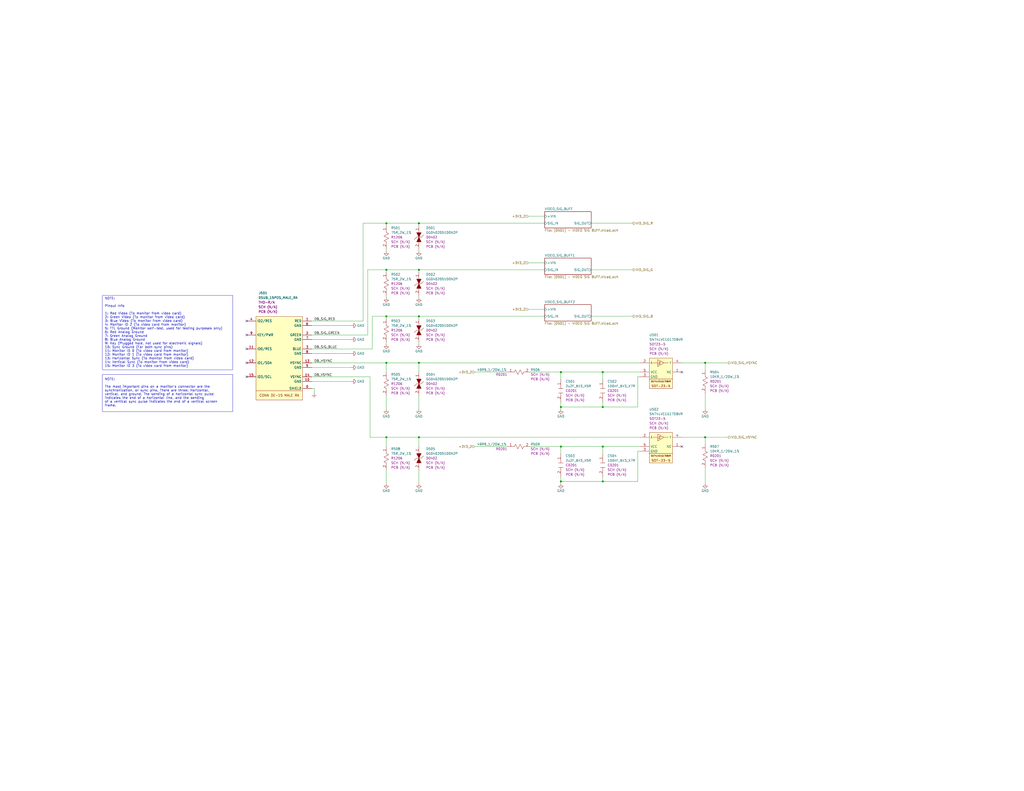
<source format=kicad_sch>
(kicad_sch (version 20230121) (generator eeschema)
  (paper "C")
  (title_block (title "Blender") (date "2023/09/18") (rev "v1.0") (company "Mend0z0") (comment 1 "v1.0") (comment 2 "RELEASED") (comment 3 "Siavash Taher Parvar") (comment 4 "_BOM_Blender_v1.0.html") (comment 5 "_HW_Blender.kicad_pcb") (comment 6 "_GBR_Blender_v1.0") (comment 7 "_ASM_Blender_v1.0") (comment 8 "N/A") (comment 9 "Initial version"))
  (lib_symbols
    (symbol "_SCHLIB_Blender:CAP_CER_100nF_6V3_X7R_C0201"
      (property "Reference" "C" (at 2.54 5.08 0))
      (property "Value" "100nF_6V3_X7R" (at 2.54 7.62 0))
      (property "Package" "C0201" (at 2.54 35.56 0))
      (property "SCH CHECK" "SCH (N/A)" (at 2.54 33.02 0))
      (property "PCB CHECk" "PCB (N/A)" (at 2.54 30.48 0))
      (symbol "CAP_CER_100nF_6V3_X7R_C0201_0_0"
        (polyline (pts (xy 5.08 1.27) (xy 5.08 -1.27)))
        (polyline (pts (xy 7.62 1.27) (xy 7.62 -1.27)))
      )
      (symbol "CAP_CER_100nF_6V3_X7R_C0201_1_1"
        (pin passive line (at 0 0 0) (length 5.08) (name "") (number "1"))
        (pin passive line (at 12.7 0 180) (length 5.08) (name "") (number "2"))
      )
    )
    (symbol "_SCHLIB_Blender:CAP_CER_2u2F_6V3_X5R_C0201"
      (property "Reference" "C" (at 2.54 3.81 0))
      (property "Value" "2u2F_6V3_X5R" (at 2.54 6.35 0))
      (property "Package" "C0201" (at 2.54 34.29 0))
      (property "SCH CHECK" "SCH (N/A)" (at 2.54 31.75 0))
      (property "PCB CHECk" "PCB (N/A)" (at 2.54 29.21 0))
      (symbol "CAP_CER_2u2F_6V3_X5R_C0201_0_0"
        (polyline (pts (xy 5.08 1.27) (xy 5.08 -1.27)))
        (polyline (pts (xy 7.62 1.27) (xy 7.62 -1.27)))
      )
      (symbol "CAP_CER_2u2F_6V3_X5R_C0201_1_1"
        (pin passive line (at 0 0 0) (length 5.08) (name "") (number "1"))
        (pin passive line (at 12.7 0 180) (length 5.08) (name "") (number "2"))
      )
    )
    (symbol "_SCHLIB_Blender:CONN_DSUB_15POS_MALE_RA"
      (property "Reference" "J" (at 3.81 2.54 0))
      (property "Value" "DSUB_15POS_MALE_RA" (at 3.81 5.08 0))
      (property "Package" "THD-R/A" (at 3.81 33.02 0))
      (property "SCH CHECK" "SCH (N/A)" (at 3.81 30.48 0))
      (property "PCB CHECk" "PCB (N/A)" (at 3.81 27.94 0))
      (symbol "CONN_DSUB_15POS_MALE_RA_0_1"
        (polyline (pts (xy 0 -40.64) (xy 25.4 -40.64)))
        (rectangle (start 0 0) (end 25.4 -45.72) (fill (type background)))
        (text "CONN DE-15 MALE RA" (at 12.7 -43.18 0) (effects (font (size 1.27 1.27))))
      )
      (symbol "CONN_DSUB_15POS_MALE_RA_1_1"
        (pin passive line (at 30.48 -39.37 180) (length 5.08) (name "SHIELD") (number "0"))
        (pin passive line (at 30.48 -2.54 180) (length 5.08) (name "RED") (number "1"))
        (pin passive line (at 30.48 -35.56 180) (length 5.08) (name "GND") (number "10"))
        (pin passive line (at -5.08 -17.78 0) (length 5.08) (name "ID0/RES") (number "11"))
        (pin passive line (at -5.08 -25.4 0) (length 5.08) (name "ID1/SDA") (number "12"))
        (pin passive line (at 30.48 -25.4 180) (length 5.08) (name "HSYNC") (number "13"))
        (pin passive line (at 30.48 -33.02 180) (length 5.08) (name "VSYNC") (number "14"))
        (pin passive line (at -5.08 -33.02 0) (length 5.08) (name "ID3/SCL") (number "15"))
        (pin passive line (at 30.48 -10.16 180) (length 5.08) (name "GREEN") (number "2"))
        (pin passive line (at 30.48 -17.78 180) (length 5.08) (name "BLUE") (number "3"))
        (pin passive line (at -5.08 -2.54 0) (length 5.08) (name "ID2/RES") (number "4"))
        (pin passive line (at 30.48 -27.94 180) (length 5.08) (name "GND") (number "5"))
        (pin passive line (at 30.48 -5.08 180) (length 5.08) (name "GND") (number "6"))
        (pin passive line (at 30.48 -12.7 180) (length 5.08) (name "GND") (number "7"))
        (pin passive line (at 30.48 -20.32 180) (length 5.08) (name "GND") (number "8"))
        (pin passive line (at -5.08 -10.16 0) (length 5.08) (name "KEY/PWR") (number "9"))
      )
    )
    (symbol "_SCHLIB_Blender:DIODE_TVS_GG040205100N2P_5V_5.5V_8A(8/20us)_D0402"
      (property "Reference" "D" (at 2.54 5.08 0))
      (property "Value" "GG040205100N2P" (at 2.54 7.62 0))
      (property "Package" "D0402" (at 2.54 35.56 0))
      (property "SCH CHECK" "SCH (N/A)" (at 2.54 33.02 0))
      (property "PCB CHECk" "PCB (N/A)" (at 2.54 30.48 0))
      (symbol "DIODE_TVS_GG040205100N2P_5V_5.5V_8A(8/20us)_D0402_0_1"
        (polyline (pts (xy 3.81 1.27) (xy 3.81 -1.27) (xy 6.35 0) (xy 3.81 1.27)) (fill (type outline)))
        (polyline (pts (xy 5.08 2.54) (xy 6.35 1.27) (xy 6.35 -1.27) (xy 7.62 -2.54)))
        (polyline (pts (xy 8.89 -1.27) (xy 8.89 1.27) (xy 6.35 0) (xy 8.89 -1.27)) (fill (type outline)))
      )
      (symbol "DIODE_TVS_GG040205100N2P_5V_5.5V_8A(8/20us)_D0402_1_1"
        (pin passive line (at 0 0 0) (length 3.81) (name "") (number "1"))
        (pin passive line (at 12.7 0 180) (length 3.81) (name "") (number "2"))
      )
    )
    (symbol "_SCHLIB_Blender:IC_BUFFER_SN74LVC1G17DBVR_NON-INV_5.5V_0.032_SOT-23-5"
      (property "Reference" "U" (at 2.54 3.81 0))
      (property "Value" "SN74LVC1G17DBVR" (at 2.54 6.35 0))
      (property "Package" "SOT23-5" (at 0 0 0))
      (property "SCH CHECK" "SCH (N/A)" (at 2.54 21.59 0))
      (property "PCB CHECK" "PCB (N/A)" (at 0 0 0))
      (symbol "IC_BUFFER_SN74LVC1G17DBVR_NON-INV_5.5V_0.032_SOT-23-5_0_0"
        (text "SN74LVC1G17DBVR" (at 6.35 -12.7 0) (effects (font (size 0.762 0.762))))
        (text "SOT-23-5" (at 6.35 -15.24 0) (effects (font (size 1.27 1.27))))
      )
      (symbol "IC_BUFFER_SN74LVC1G17DBVR_NON-INV_5.5V_0.032_SOT-23-5_0_1"
        (polyline (pts (xy 0 -11.43) (xy 12.7 -11.43)))
        (polyline (pts (xy 4.572 -2.54) (xy 2.032 -2.54)))
        (polyline (pts (xy 7.874 -2.54) (xy 10.414 -2.54)))
        (polyline (pts (xy 5.334 -3.302) (xy 5.842 -3.302) (xy 5.842 -2.032)))
        (polyline (pts (xy 4.572 -0.762) (xy 4.572 -4.572) (xy 7.874 -2.54) (xy 4.572 -0.762)))
        (polyline (pts (xy 6.35 -2.032) (xy 5.334 -2.032) (xy 5.334 -3.302) (xy 4.826 -3.302)))
        (rectangle (start 0 0) (end 12.7 -16.51) (fill (type background)))
      )
      (symbol "IC_BUFFER_SN74LVC1G17DBVR_NON-INV_5.5V_0.032_SOT-23-5_1_1"
        (pin passive line (at 17.78 -7.62 180) (length 5.08) (name "NC") (number "1"))
        (pin passive line (at -5.08 -2.54 0) (length 5.08) (name "A") (number "2"))
        (pin passive line (at -5.08 -10.16 0) (length 5.08) (name "GND") (number "3"))
        (pin passive line (at 17.78 -2.54 180) (length 5.08) (name "Y") (number "4"))
        (pin passive line (at -5.08 -7.62 0) (length 5.08) (name "VCC") (number "5"))
      )
    )
    (symbol "_SCHLIB_Blender:RES_10KR_1/20W_1%_R0201"
      (property "Reference" "R" (at 2.54 5.08 0))
      (property "Value" "10KR_1/20W_1%" (at 2.54 7.62 0))
      (property "Package" "R0201" (at 2.54 35.56 0))
      (property "SCH CHECK" "SCH (N/A)" (at 2.54 33.02 0))
      (property "PCB CHECk" "PCB (N/A)" (at 2.54 30.48 0))
      (symbol "RES_10KR_1/20W_1%_R0201_0_0"
        (polyline (pts (xy 3.81 0) (xy 4.445 1.27) (xy 5.715 -1.27) (xy 6.985 1.27) (xy 8.255 -1.27) (xy 8.89 0)))
      )
      (symbol "RES_10KR_1/20W_1%_R0201_1_1"
        (pin passive line (at 0 0 0) (length 3.81) (name "") (number "1"))
        (pin passive line (at 12.7 0 180) (length 3.81) (name "") (number "2"))
      )
    )
    (symbol "_SCHLIB_Blender:RES_49R9_1/20W_1%_R0201"
      (property "Reference" "R" (at 2.54 3.81 0))
      (property "Value" "49R9_1/20W_1%" (at 2.54 6.35 0))
      (property "Package" "R0201" (at 2.54 34.29 0))
      (property "SCH CHECK" "SCH (N/A)" (at 2.54 31.75 0))
      (property "PCB CHECk" "PCB (N/A)" (at 2.54 29.21 0))
      (symbol "RES_49R9_1/20W_1%_R0201_0_0"
        (polyline (pts (xy 3.81 0) (xy 4.445 1.27) (xy 5.715 -1.27) (xy 6.985 1.27) (xy 8.255 -1.27) (xy 8.89 0)))
      )
      (symbol "RES_49R9_1/20W_1%_R0201_1_1"
        (pin passive line (at 0 0 0) (length 3.81) (name "") (number "1"))
        (pin passive line (at 12.7 0 180) (length 3.81) (name "") (number "2"))
      )
    )
    (symbol "_SCHLIB_Blender:RES_75R_2W_1%_R1206"
      (property "Reference" "R" (at 2.54 3.81 0))
      (property "Value" "75R_2W_1%" (at 2.54 6.35 0))
      (property "Package" "R1206" (at 2.54 34.29 0))
      (property "SCH CHECK" "SCH (N/A)" (at 2.54 31.75 0))
      (property "PCB CHECk" "PCB (N/A)" (at 2.54 29.21 0))
      (symbol "RES_75R_2W_1%_R1206_0_0"
        (polyline (pts (xy 3.81 0) (xy 4.445 1.27) (xy 5.715 -1.27) (xy 6.985 1.27) (xy 8.255 -1.27) (xy 8.89 0)))
      )
      (symbol "RES_75R_2W_1%_R1206_1_1"
        (pin passive line (at 0 0 0) (length 3.81) (name "") (number "1"))
        (pin passive line (at 12.7 0 180) (length 3.81) (name "") (number "2"))
      )
    )
    (symbol "power:Earth" (power) (pin_names (offset 0))
      (symbol "Earth_0_1"
        (polyline (pts (xy -0.635 -1.905) (xy 0.635 -1.905)))
        (polyline (pts (xy -0.127 -2.54) (xy 0.127 -2.54)))
        (polyline (pts (xy 0 -1.27) (xy 0 0)))
        (polyline (pts (xy 1.27 -1.27) (xy -1.27 -1.27)))
      )
      (symbol "Earth_1_1"
        (pin power_in line (at 0 0 270) (length 0) hide (name "Earth") (number "1"))
      )
    )
    (symbol "power:GND" (power) (pin_names (offset 0))
      (property "Value" "GND" (at 0 -3.81 0))
      (symbol "GND_0_1"
        (polyline (pts (xy 0 0) (xy 0 -1.27) (xy 1.27 -1.27) (xy 0 -2.54) (xy -1.27 -1.27) (xy 0 -1.27)))
      )
      (symbol "GND_1_1"
        (pin power_in line (at 0 0 270) (length 0) hide (name "GND") (number "1"))
      )
    )
  )
  (junction (at 210.82 198.12))
  (junction (at 228.6 238.76))
  (junction (at 306.07 203.2))
  (junction (at 328.93 243.84))
  (junction (at 328.93 222.25))
  (junction (at 210.82 238.76))
  (junction (at 210.82 147.32))
  (junction (at 210.82 172.72))
  (junction (at 228.6 147.32))
  (junction (at 306.07 262.89))
  (junction (at 210.82 121.92))
  (junction (at 328.93 262.89))
  (junction (at 306.07 222.25))
  (junction (at 306.07 243.84))
  (junction (at 228.6 198.12))
  (junction (at 384.81 198.12))
  (junction (at 384.81 238.76))
  (junction (at 328.93 203.2))
  (junction (at 228.6 121.92))
  (junction (at 228.6 172.72))
  (no_connect (at 134.62 190.5))
  (no_connect (at 134.62 198.12))
  (no_connect (at 134.62 205.74))
  (no_connect (at 372.11 243.84))
  (no_connect (at 134.62 182.88))
  (no_connect (at 372.11 203.2))
  (no_connect (at 134.62 175.26))
  (wire (pts (xy 349.25 205.74) (xy 347.98 205.74)))
  (wire (pts (xy 228.6 238.76) (xy 228.6 243.84)))
  (wire (pts (xy 170.18 182.88) (xy 200.66 182.88)))
  (wire (pts (xy 306.07 222.25) (xy 306.07 219.71)))
  (wire (pts (xy 347.98 262.89) (xy 328.93 262.89)))
  (wire (pts (xy 328.93 260.35) (xy 328.93 262.89)))
  (wire (pts (xy 228.6 198.12) (xy 228.6 203.2)))
  (wire (pts (xy 210.82 238.76) (xy 210.82 243.84)))
  (wire (pts (xy 210.82 238.76) (xy 201.93 238.76)))
  (wire (pts (xy 191.77 177.8) (xy 170.18 177.8)))
  (wire (pts (xy 288.29 118.11) (xy 297.18 118.11)))
  (wire (pts (xy 228.6 121.92) (xy 228.6 123.19)))
  (wire (pts (xy 384.81 223.52) (xy 384.81 214.63)))
  (wire (pts (xy 259.08 203.2) (xy 276.86 203.2)))
  (wire (pts (xy 228.6 264.16) (xy 228.6 256.54)))
  (wire (pts (xy 384.81 198.12) (xy 397.51 198.12)))
  (wire (pts (xy 384.81 238.76) (xy 384.81 242.57)))
  (wire (pts (xy 347.98 222.25) (xy 328.93 222.25)))
  (wire (pts (xy 203.2 172.72) (xy 210.82 172.72)))
  (wire (pts (xy 210.82 264.16) (xy 210.82 256.54)))
  (wire (pts (xy 201.93 205.74) (xy 201.93 238.76)))
  (wire (pts (xy 191.77 193.04) (xy 170.18 193.04)))
  (wire (pts (xy 198.12 121.92) (xy 210.82 121.92)))
  (wire (pts (xy 328.93 243.84) (xy 328.93 247.65)))
  (wire (pts (xy 288.29 143.51) (xy 297.18 143.51)))
  (wire (pts (xy 306.07 222.25) (xy 306.07 223.52)))
  (wire (pts (xy 322.58 147.32) (xy 345.44 147.32)))
  (wire (pts (xy 210.82 223.52) (xy 210.82 215.9)))
  (wire (pts (xy 203.2 190.5) (xy 203.2 172.72)))
  (wire (pts (xy 191.77 200.66) (xy 170.18 200.66)))
  (wire (pts (xy 328.93 243.84) (xy 306.07 243.84)))
  (wire (pts (xy 171.45 212.09) (xy 171.45 214.63)))
  (wire (pts (xy 228.6 147.32) (xy 297.18 147.32)))
  (wire (pts (xy 349.25 243.84) (xy 328.93 243.84)))
  (wire (pts (xy 210.82 162.56) (xy 210.82 161.29)))
  (wire (pts (xy 328.93 203.2) (xy 328.93 207.01)))
  (wire (pts (xy 210.82 172.72) (xy 210.82 173.99)))
  (wire (pts (xy 289.56 243.84) (xy 306.07 243.84)))
  (wire (pts (xy 349.25 246.38) (xy 347.98 246.38)))
  (wire (pts (xy 198.12 175.26) (xy 198.12 121.92)))
  (wire (pts (xy 170.18 208.28) (xy 191.77 208.28)))
  (wire (pts (xy 347.98 246.38) (xy 347.98 262.89)))
  (wire (pts (xy 210.82 121.92) (xy 228.6 121.92)))
  (wire (pts (xy 200.66 147.32) (xy 210.82 147.32)))
  (wire (pts (xy 200.66 182.88) (xy 200.66 147.32)))
  (wire (pts (xy 328.93 262.89) (xy 306.07 262.89)))
  (wire (pts (xy 372.11 238.76) (xy 384.81 238.76)))
  (wire (pts (xy 170.18 205.74) (xy 201.93 205.74)))
  (wire (pts (xy 228.6 198.12) (xy 349.25 198.12)))
  (wire (pts (xy 210.82 238.76) (xy 228.6 238.76)))
  (wire (pts (xy 191.77 185.42) (xy 170.18 185.42)))
  (wire (pts (xy 228.6 187.96) (xy 228.6 186.69)))
  (wire (pts (xy 384.81 264.16) (xy 384.81 255.27)))
  (wire (pts (xy 210.82 121.92) (xy 210.82 123.19)))
  (wire (pts (xy 210.82 172.72) (xy 228.6 172.72)))
  (wire (pts (xy 288.29 168.91) (xy 297.18 168.91)))
  (wire (pts (xy 384.81 238.76) (xy 397.51 238.76)))
  (wire (pts (xy 228.6 137.16) (xy 228.6 135.89)))
  (wire (pts (xy 210.82 198.12) (xy 228.6 198.12)))
  (wire (pts (xy 170.18 198.12) (xy 210.82 198.12)))
  (wire (pts (xy 306.07 243.84) (xy 306.07 247.65)))
  (wire (pts (xy 228.6 172.72) (xy 297.18 172.72)))
  (wire (pts (xy 170.18 190.5) (xy 203.2 190.5)))
  (wire (pts (xy 328.93 219.71) (xy 328.93 222.25)))
  (wire (pts (xy 347.98 205.74) (xy 347.98 222.25)))
  (wire (pts (xy 210.82 198.12) (xy 210.82 203.2)))
  (wire (pts (xy 328.93 203.2) (xy 306.07 203.2)))
  (wire (pts (xy 289.56 203.2) (xy 306.07 203.2)))
  (wire (pts (xy 170.18 212.09) (xy 171.45 212.09)))
  (wire (pts (xy 228.6 147.32) (xy 228.6 148.59)))
  (wire (pts (xy 306.07 203.2) (xy 306.07 207.01)))
  (wire (pts (xy 259.08 243.84) (xy 276.86 243.84)))
  (wire (pts (xy 306.07 262.89) (xy 306.07 260.35)))
  (wire (pts (xy 210.82 147.32) (xy 228.6 147.32)))
  (wire (pts (xy 228.6 162.56) (xy 228.6 161.29)))
  (wire (pts (xy 372.11 198.12) (xy 384.81 198.12)))
  (wire (pts (xy 210.82 137.16) (xy 210.82 135.89)))
  (wire (pts (xy 228.6 172.72) (xy 228.6 173.99)))
  (wire (pts (xy 306.07 262.89) (xy 306.07 264.16)))
  (wire (pts (xy 349.25 203.2) (xy 328.93 203.2)))
  (wire (pts (xy 328.93 222.25) (xy 306.07 222.25)))
  (wire (pts (xy 228.6 238.76) (xy 349.25 238.76)))
  (wire (pts (xy 210.82 187.96) (xy 210.82 186.69)))
  (wire (pts (xy 170.18 175.26) (xy 198.12 175.26)))
  (wire (pts (xy 228.6 121.92) (xy 297.18 121.92)))
  (wire (pts (xy 210.82 147.32) (xy 210.82 148.59)))
  (wire (pts (xy 322.58 172.72) (xy 345.44 172.72)))
  (wire (pts (xy 228.6 223.52) (xy 228.6 215.9)))
  (wire (pts (xy 322.58 121.92) (xy 345.44 121.92)))
  (wire (pts (xy 384.81 198.12) (xy 384.81 201.93)))
  (rectangle (start 55.88 204.47) (end 127 224.79))
  (rectangle (start 55.88 161.29) (end 127 201.93))
  (text "NOTE:\n\nThe most important pins on a monitor's connector are the \nsynchronization, or sync pins. There are three: Horizontal, \nvertical, and ground. The sending of a horizontal sync pulse \nindicates the end of a horizontal line, and the sending \nof a vertical sync pulse indicates the end of a vertical screen\nframe." (at 57.15 222.25 0) (effects (font (size 1.27 1.27)) (justify left bottom)))
  (text "NOTE:\n\nPinout Info\n\n1: Red Video (To monitor from video card)\n2: Green Video (To monitor from video card)\n3: Blue Video (To monitor from video card)\n4: Monitor ID 2 (To video card from monitor)\n5: TTL Ground (Monitor self-test, used for testing purposes only)\n6: Red Analog Ground\n7: Green Analog Ground\n8: Blue Analog Ground\n9: Key (Plugged hole, not used for electronic signals)\n10: Sync Ground (For both sync pins)\n11: Monitor ID 0 (To video card from monitor)\n12: Monitor ID 1 (To video card from monitor)\n13: Horizontal Sync (To monitor from video card)\n14: Vertical Sync (To monitor from video card)\n15: Monitor ID 3 (To video card from monitor)" (at 57.15 200.66 0) (effects (font (size 1.27 1.27)) (justify left bottom)))
  (label "DB_SIG_RED" (at 171.45 175.26 0))
  (label "DB_SIG_GREEN" (at 171.45 182.88 0))
  (label "DB_SIG_BLUE" (at 171.45 190.5 0))
  (label "DB_HSYNC" (at 171.45 198.12 0))
  (label "DB_VSYNC" (at 171.45 205.74 0))
  (hierarchical_label "VID_SIG_R" (shape output) (at 345.44 121.92 0))
  (hierarchical_label "+3V3_2" (shape input) (at 288.29 143.51 180))
  (hierarchical_label "+3V3_2" (shape input) (at 288.29 118.11 180))
  (hierarchical_label "+3V3_2" (shape input) (at 288.29 168.91 180))
  (hierarchical_label "VID_SIG_HSYNC" (shape output) (at 397.51 198.12 0))
  (hierarchical_label "VID_SIG_G" (shape output) (at 345.44 147.32 0))
  (hierarchical_label "+3V3_2" (shape input) (at 259.08 203.2 180))
  (hierarchical_label "VID_SIG_VSYNC" (shape output) (at 397.51 238.76 0))
  (hierarchical_label "+3V3_2" (shape input) (at 259.08 243.84 180))
  (hierarchical_label "VID_SIG_B" (shape output) (at 345.44 172.72 0))
  (symbol (lib_id "power:GND") (at 191.77 185.42 90) (unit 1)
    (property "Reference" "#PWR0506" (effects hide))
    (property "Value" "GND" (at 196.85 185.42 90))
  )
  (symbol (lib_id "_SCHLIB_Blender:RES_75R_2W_1%_R1206") (at 210.82 243.84 270) (unit 1)
    (property "Reference" "R508" (at 213.36 245.11 90) (effects (justify left)))
    (property "Value" "75R_2W_1%" (at 213.36 247.65 90) (effects (justify left)))
    (property "Footprint" "Resistor_SMD:R_1206_3216Metric" (effects hide))
    (property "Datasheet" "https://www.te.com/commerce/DocumentDelivery/DDEController?Action=showdoc&DocId=Data+Sheet%7F1773270-4%7FA%7Fpdf%7FEnglish%7FENG_DS_1773270-4_A.pdf%7F1-2176526-7" (effects hide))
    (property "Description" "75 Ohms ±1% 2W Chip Resistor 1206 (3216 Metric) Thin Film" (effects hide))
    (property "Link" "https://www.digikey.ca/en/products/detail/te-connectivity-passive-product/3503G2B75RFTD/16808726" (effects hide))
    (property "SCH CHECK" "SCH (N/A)" (at 213.36 252.73 90) (effects (justify left)))
    (property "Package" "R1206" (at 213.36 250.19 90) (effects (justify left)))
    (property "Part Number (Manufacturer)" "3503G2B75RFTD" (effects hide))
    (property "Manufacturer" "TE Connectivity Passive Product" (effects hide))
    (property "Part Number (Vendor)" "1712-3503G2B75RFTDTR-ND" (effects hide))
    (property "Vendor" "Digikey" (effects hide))
    (property "PCB CHECk" "PCB (N/A)" (at 213.36 255.27 90) (effects (justify left)))
  )
  (symbol (lib_id "_SCHLIB_Blender:CAP_CER_2u2F_6V3_X5R_C0201") (at 306.07 247.65 270) (unit 1)
    (property "Reference" "C503" (at 308.61 248.92 90) (effects (justify left)))
    (property "Value" "2u2F_6V3_X5R" (at 308.61 251.46 90) (effects (justify left)))
    (property "Footprint" "Capacitor_SMD:C_0201_0603Metric" (effects hide))
    (property "Datasheet" "https://ele.kyocera.com/assets/products/capacitor/CM_Series_e.pdf" (effects hide))
    (property "Description" "2.2 µF ±20% 6.3V Ceramic Capacitor X5R 0201 (0603 Metric)" (effects hide))
    (property "Link" "https://www.digikey.ca/en/products/detail/kyocera-avx/CM03X5R225M06AH/10815044" (effects hide))
    (property "SCH CHECK" "SCH (N/A)" (at 308.61 256.54 90) (effects (justify left)))
    (property "Package" "C0201" (at 308.61 254 90) (effects (justify left)))
    (property "Part Number (Manufacturer)" "CM03X5R225M06AH" (effects hide))
    (property "Manufacturer" "KYOCERA AVX" (effects hide))
    (property "Part Number (Vendor)" "478-KGM03CR50J225MHTR-ND" (effects hide))
    (property "Vendor" "Digikey" (effects hide))
    (property "PCB CHECk" "PCB (N/A)" (at 308.61 259.08 90) (effects (justify left)))
  )
  (symbol (lib_id "_SCHLIB_Blender:IC_BUFFER_SN74LVC1G17DBVR_NON-INV_5.5V_0.032_SOT-23-5") (at 354.33 195.58 0) (unit 1)
    (property "Reference" "U501" (at 356.87 182.88 0))
    (property "Value" "SN74LVC1G17DBVR" (at 354.33 185.42 0) (effects (justify left)))
    (property "Footprint" "Package_TO_SOT_SMD:SOT-23-5" (effects hide))
    (property "Datasheet" "https://www.ti.com/general/docs/suppproductinfo.tsp?distId=10&gotoUrl=https%3A%2F%2Fwww.ti.com%2Flit%2Fgpn%2Fsn74lvc1g17" (effects hide))
    (property "Description" "Buffer, Non-Inverting 1 Element 1 Bit per Element Push-Pull Output SOT-23-5" (effects hide))
    (property "Link" "https://www.digikey.ca/en/products/detail/texas-instruments/SN74LVC1G17DBVR/389051" (effects hide))
    (property "SCH CHECK" "SCH (N/A)" (at 354.33 190.5 0) (effects (justify left)))
    (property "Part Number (Manufacturer)" "SN74LVC1G17DBVR" (effects hide))
    (property "PCB CHECK" "PCB (N/A)" (at 354.33 193.04 0) (effects (justify left)))
    (property "Manufacturer" "Texas Instruments" (effects hide))
    (property "Part Number (Vendor)" "296-11933-2-ND" (effects hide))
    (property "Vendor" "Digikey" (effects hide))
    (property "Package" "SOT23-5" (at 354.33 187.96 0) (effects (justify left)))
  )
  (symbol (lib_id "_SCHLIB_Blender:IC_BUFFER_SN74LVC1G17DBVR_NON-INV_5.5V_0.032_SOT-23-5") (at 354.33 236.22 0) (unit 1)
    (property "Reference" "U502" (at 356.87 223.52 0))
    (property "Value" "SN74LVC1G17DBVR" (at 354.33 226.06 0) (effects (justify left)))
    (property "Footprint" "Package_TO_SOT_SMD:SOT-23-5" (effects hide))
    (property "Datasheet" "https://www.ti.com/general/docs/suppproductinfo.tsp?distId=10&gotoUrl=https%3A%2F%2Fwww.ti.com%2Flit%2Fgpn%2Fsn74lvc1g17" (effects hide))
    (property "Description" "Buffer, Non-Inverting 1 Element 1 Bit per Element Push-Pull Output SOT-23-5" (effects hide))
    (property "Link" "https://www.digikey.ca/en/products/detail/texas-instruments/SN74LVC1G17DBVR/389051" (effects hide))
    (property "SCH CHECK" "SCH (N/A)" (at 354.33 231.14 0) (effects (justify left)))
    (property "Part Number (Manufacturer)" "SN74LVC1G17DBVR" (effects hide))
    (property "PCB CHECK" "PCB (N/A)" (at 354.33 233.68 0) (effects (justify left)))
    (property "Manufacturer" "Texas Instruments" (effects hide))
    (property "Part Number (Vendor)" "296-11933-2-ND" (effects hide))
    (property "Vendor" "Digikey" (effects hide))
    (property "Package" "SOT23-5" (at 354.33 228.6 0) (effects (justify left)))
  )
  (symbol (lib_id "power:GND") (at 228.6 223.52 0) (unit 1)
    (property "Reference" "#PWR0514" (effects hide))
    (property "Value" "GND" (at 228.6 227.33 0))
  )
  (symbol (lib_id "power:GND") (at 228.6 187.96 0) (unit 1)
    (property "Reference" "#PWR0508" (effects hide))
    (property "Value" "GND" (at 228.6 191.77 0))
  )
  (symbol (lib_id "_SCHLIB_Blender:RES_75R_2W_1%_R1206") (at 210.82 123.19 270) (unit 1)
    (property "Reference" "R501" (at 213.36 124.46 90) (effects (justify left)))
    (property "Value" "75R_2W_1%" (at 213.36 127 90) (effects (justify left)))
    (property "Footprint" "Resistor_SMD:R_1206_3216Metric" (effects hide))
    (property "Datasheet" "https://www.te.com/commerce/DocumentDelivery/DDEController?Action=showdoc&DocId=Data+Sheet%7F1773270-4%7FA%7Fpdf%7FEnglish%7FENG_DS_1773270-4_A.pdf%7F1-2176526-7" (effects hide))
    (property "Description" "75 Ohms ±1% 2W Chip Resistor 1206 (3216 Metric) Thin Film" (effects hide))
    (property "Link" "https://www.digikey.ca/en/products/detail/te-connectivity-passive-product/3503G2B75RFTD/16808726" (effects hide))
    (property "SCH CHECK" "SCH (N/A)" (at 213.36 132.08 90) (effects (justify left)))
    (property "Package" "R1206" (at 213.36 129.54 90) (effects (justify left)))
    (property "Part Number (Manufacturer)" "3503G2B75RFTD" (effects hide))
    (property "Manufacturer" "TE Connectivity Passive Product" (effects hide))
    (property "Part Number (Vendor)" "1712-3503G2B75RFTDTR-ND" (effects hide))
    (property "Vendor" "Digikey" (effects hide))
    (property "PCB CHECk" "PCB (N/A)" (at 213.36 134.62 90) (effects (justify left)))
  )
  (symbol (lib_id "power:GND") (at 210.82 264.16 0) (unit 1)
    (property "Reference" "#PWR0517" (effects hide))
    (property "Value" "GND" (at 210.82 267.97 0))
  )
  (symbol (lib_id "power:GND") (at 228.6 162.56 0) (unit 1)
    (property "Reference" "#PWR0504" (effects hide))
    (property "Value" "GND" (at 228.6 166.37 0))
  )
  (symbol (lib_id "power:GND") (at 191.77 208.28 90) (unit 1)
    (property "Reference" "#PWR0511" (effects hide))
    (property "Value" "GND" (at 196.85 208.28 90))
  )
  (symbol (lib_id "_SCHLIB_Blender:RES_49R9_1/20W_1%_R0201") (at 276.86 243.84 0) (unit 1)
    (property "Reference" "R509" (at 292.1 242.57 0))
    (property "Value" "49R9_1/20W_1%" (at 260.35 242.57 0) (effects (justify left)))
    (property "Footprint" "Resistor_SMD:R_0201_0603Metric" (effects hide))
    (property "Datasheet" "https://www.seielect.com/Catalog/SEI-RMCF_RMCP.pdf" (effects hide))
    (property "Description" "49.9 Ohms ±1% 0.05W, 1/20W Chip Resistor 0201 (0603 Metric) Thick Film" (effects hide))
    (property "Link" "https://www.digikey.ca/en/products/detail/stackpole-electronics-inc/RMCF0201FT49R9/1715030" (effects hide))
    (property "SCH CHECK" "SCH (N/A)" (at 289.56 245.11 0) (effects (justify left)))
    (property "Package" "R0201" (at 270.51 245.11 0) (effects (justify left)))
    (property "Part Number (Manufacturer)" "RMCF0201FT49R9" (effects hide))
    (property "Manufacturer" "Stackpole Electronics Inc" (effects hide))
    (property "Part Number (Vendor)" "RMCF0201FT49R9TR-ND" (effects hide))
    (property "Vendor" "Digikey" (effects hide))
    (property "PCB CHECk" "PCB (N/A)" (at 289.56 247.65 0) (effects (justify left)))
  )
  (symbol (lib_id "_SCHLIB_Blender:DIODE_TVS_GG040205100N2P_5V_5.5V_8A(8/20us)_D0402") (at 228.6 203.2 270) (unit 1)
    (property "Reference" "D504" (at 232.41 204.47 90) (effects (justify left)))
    (property "Value" "GG040205100N2P" (at 232.41 207.01 90) (effects (justify left)))
    (property "Footprint" "Diode_SMD:D_0402_1005Metric" (effects hide))
    (property "Datasheet" "https://datasheets.kyocera-avx.com/AVX-GiGuard.pdf" (effects hide))
    (property "Description" "12V Clamp 8A (8/20µs) Ipp Tvs Diode Surface Mount 0402 (1005 Metric)" (effects hide))
    (property "Link" "https://www.digikey.ca/en/products/detail/kyocera-avx/GG040205100N2P/6826546" (effects hide))
    (property "SCH CHECK" "SCH (N/A)" (at 232.41 212.09 90) (effects (justify left)))
    (property "Part Number (Manufacturer)" "GG040205100N2P" (effects hide))
    (property "Package" "D0402" (at 232.41 209.55 90) (effects (justify left)))
    (property "Manufacturer" "KYOCERA AVX" (effects hide))
    (property "Part Number (Vendor)" "478-10594-2-ND" (effects hide))
    (property "Vendor" "Digikey" (effects hide))
    (property "PCB CHECk" "PCB (N/A)" (at 232.41 214.63 90) (effects (justify left)))
  )
  (symbol (lib_id "power:GND") (at 306.07 264.16 0) (unit 1)
    (property "Reference" "#PWR0519" (effects hide))
    (property "Value" "GND" (at 306.07 267.97 0))
  )
  (symbol (lib_id "_SCHLIB_Blender:RES_10KR_1/20W_1%_R0201") (at 384.81 201.93 270) (unit 1)
    (property "Reference" "R504" (at 387.35 203.2 90) (effects (justify left)))
    (property "Value" "10KR_1/20W_1%" (at 387.35 205.74 90) (effects (justify left)))
    (property "Footprint" "Resistor_SMD:R_0201_0603Metric" (effects hide))
    (property "Datasheet" "https://www.seielect.com/Catalog/SEI-RMCF_RMCP.pdf" (effects hide))
    (property "Description" "10 kOhms ±1% 0.05W, 1/20W Chip Resistor 0201 (0603 Metric) Thick Film" (effects hide))
    (property "Link" "https://www.digikey.ca/en/products/detail/stackpole-electronics-inc/RMCF0201FT10K0/1714990" (effects hide))
    (property "SCH CHECK" "SCH (N/A)" (at 387.35 210.82 90) (effects (justify left)))
    (property "Package" "R0201" (at 387.35 208.28 90) (effects (justify left)))
    (property "Part Number (Manufacturer)" "RMCF0201FT10K0" (effects hide))
    (property "Manufacturer" "Stackpole Electronics Inc" (effects hide))
    (property "Part Number (Vendor)" "RMCF0201FT10K0TR-ND" (effects hide))
    (property "Vendor" "Digikey" (effects hide))
    (property "PCB CHECk" "PCB (N/A)" (at 387.35 213.36 90) (effects (justify left)))
  )
  (symbol (lib_id "power:GND") (at 228.6 137.16 0) (unit 1)
    (property "Reference" "#PWR0502" (effects hide))
    (property "Value" "GND" (at 228.6 140.97 0))
  )
  (symbol (lib_id "power:GND") (at 210.82 223.52 0) (unit 1)
    (property "Reference" "#PWR0513" (effects hide))
    (property "Value" "GND" (at 210.82 227.33 0))
  )
  (symbol (lib_id "_SCHLIB_Blender:DIODE_TVS_GG040205100N2P_5V_5.5V_8A(8/20us)_D0402") (at 228.6 148.59 270) (unit 1)
    (property "Reference" "D502" (at 232.41 149.86 90) (effects (justify left)))
    (property "Value" "GG040205100N2P" (at 232.41 152.4 90) (effects (justify left)))
    (property "Footprint" "Diode_SMD:D_0402_1005Metric" (effects hide))
    (property "Datasheet" "https://datasheets.kyocera-avx.com/AVX-GiGuard.pdf" (effects hide))
    (property "Description" "12V Clamp 8A (8/20µs) Ipp Tvs Diode Surface Mount 0402 (1005 Metric)" (effects hide))
    (property "Link" "https://www.digikey.ca/en/products/detail/kyocera-avx/GG040205100N2P/6826546" (effects hide))
    (property "SCH CHECK" "SCH (N/A)" (at 232.41 157.48 90) (effects (justify left)))
    (property "Part Number (Manufacturer)" "GG040205100N2P" (effects hide))
    (property "Package" "D0402" (at 232.41 154.94 90) (effects (justify left)))
    (property "Manufacturer" "KYOCERA AVX" (effects hide))
    (property "Part Number (Vendor)" "478-10594-2-ND" (effects hide))
    (property "Vendor" "Digikey" (effects hide))
    (property "PCB CHECk" "PCB (N/A)" (at 232.41 160.02 90) (effects (justify left)))
  )
  (symbol (lib_id "_SCHLIB_Blender:RES_75R_2W_1%_R1206") (at 210.82 203.2 270) (unit 1)
    (property "Reference" "R505" (at 213.36 204.47 90) (effects (justify left)))
    (property "Value" "75R_2W_1%" (at 213.36 207.01 90) (effects (justify left)))
    (property "Footprint" "Resistor_SMD:R_1206_3216Metric" (effects hide))
    (property "Datasheet" "https://www.te.com/commerce/DocumentDelivery/DDEController?Action=showdoc&DocId=Data+Sheet%7F1773270-4%7FA%7Fpdf%7FEnglish%7FENG_DS_1773270-4_A.pdf%7F1-2176526-7" (effects hide))
    (property "Description" "75 Ohms ±1% 2W Chip Resistor 1206 (3216 Metric) Thin Film" (effects hide))
    (property "Link" "https://www.digikey.ca/en/products/detail/te-connectivity-passive-product/3503G2B75RFTD/16808726" (effects hide))
    (property "SCH CHECK" "SCH (N/A)" (at 213.36 212.09 90) (effects (justify left)))
    (property "Package" "R1206" (at 213.36 209.55 90) (effects (justify left)))
    (property "Part Number (Manufacturer)" "3503G2B75RFTD" (effects hide))
    (property "Manufacturer" "TE Connectivity Passive Product" (effects hide))
    (property "Part Number (Vendor)" "1712-3503G2B75RFTDTR-ND" (effects hide))
    (property "Vendor" "Digikey" (effects hide))
    (property "PCB CHECk" "PCB (N/A)" (at 213.36 214.63 90) (effects (justify left)))
  )
  (symbol (lib_id "_SCHLIB_Blender:RES_10KR_1/20W_1%_R0201") (at 384.81 242.57 270) (unit 1)
    (property "Reference" "R507" (at 387.35 243.84 90) (effects (justify left)))
    (property "Value" "10KR_1/20W_1%" (at 387.35 246.38 90) (effects (justify left)))
    (property "Footprint" "Resistor_SMD:R_0201_0603Metric" (effects hide))
    (property "Datasheet" "https://www.seielect.com/Catalog/SEI-RMCF_RMCP.pdf" (effects hide))
    (property "Description" "10 kOhms ±1% 0.05W, 1/20W Chip Resistor 0201 (0603 Metric) Thick Film" (effects hide))
    (property "Link" "https://www.digikey.ca/en/products/detail/stackpole-electronics-inc/RMCF0201FT10K0/1714990" (effects hide))
    (property "SCH CHECK" "SCH (N/A)" (at 387.35 251.46 90) (effects (justify left)))
    (property "Package" "R0201" (at 387.35 248.92 90) (effects (justify left)))
    (property "Part Number (Manufacturer)" "RMCF0201FT10K0" (effects hide))
    (property "Manufacturer" "Stackpole Electronics Inc" (effects hide))
    (property "Part Number (Vendor)" "RMCF0201FT10K0TR-ND" (effects hide))
    (property "Vendor" "Digikey" (effects hide))
    (property "PCB CHECk" "PCB (N/A)" (at 387.35 254 90) (effects (justify left)))
  )
  (symbol (lib_id "power:GND") (at 191.77 193.04 90) (unit 1)
    (property "Reference" "#PWR0509" (effects hide))
    (property "Value" "GND" (at 196.85 193.04 90))
  )
  (symbol (lib_id "_SCHLIB_Blender:CAP_CER_2u2F_6V3_X5R_C0201") (at 306.07 207.01 270) (unit 1)
    (property "Reference" "C501" (at 308.61 208.28 90) (effects (justify left)))
    (property "Value" "2u2F_6V3_X5R" (at 308.61 210.82 90) (effects (justify left)))
    (property "Footprint" "Capacitor_SMD:C_0201_0603Metric" (effects hide))
    (property "Datasheet" "https://ele.kyocera.com/assets/products/capacitor/CM_Series_e.pdf" (effects hide))
    (property "Description" "2.2 µF ±20% 6.3V Ceramic Capacitor X5R 0201 (0603 Metric)" (effects hide))
    (property "Link" "https://www.digikey.ca/en/products/detail/kyocera-avx/CM03X5R225M06AH/10815044" (effects hide))
    (property "SCH CHECK" "SCH (N/A)" (at 308.61 215.9 90) (effects (justify left)))
    (property "Package" "C0201" (at 308.61 213.36 90) (effects (justify left)))
    (property "Part Number (Manufacturer)" "CM03X5R225M06AH" (effects hide))
    (property "Manufacturer" "KYOCERA AVX" (effects hide))
    (property "Part Number (Vendor)" "478-KGM03CR50J225MHTR-ND" (effects hide))
    (property "Vendor" "Digikey" (effects hide))
    (property "PCB CHECk" "PCB (N/A)" (at 308.61 218.44 90) (effects (justify left)))
  )
  (symbol (lib_id "power:GND") (at 191.77 200.66 90) (unit 1)
    (property "Reference" "#PWR0510" (effects hide))
    (property "Value" "GND" (at 196.85 200.66 90))
  )
  (symbol (lib_id "_SCHLIB_Blender:CAP_CER_100nF_6V3_X7R_C0201") (at 328.93 207.01 270) (unit 1)
    (property "Reference" "C502" (at 331.47 208.28 90) (effects (justify left)))
    (property "Value" "100nF_6V3_X7R" (at 331.47 210.82 90) (effects (justify left)))
    (property "Footprint" "Capacitor_SMD:C_0201_0603Metric" (effects hide))
    (property "Datasheet" "https://www.yageo.com/upload/media/product/productsearch/datasheet/mlcc/UPY-GPHC_X7R_6.3V-to-250V_22.pdf" (effects hide))
    (property "Description" "0.1 µF ±10% 6.3V Ceramic Capacitor X7R 0201 (0603 Metric)" (effects hide))
    (property "Link" "https://www.digikey.ca/en/products/detail/yageo/CC0201KRX7R5BB104/12698853" (effects hide))
    (property "SCH CHECK" "SCH (N/A)" (at 331.47 215.9 90) (effects (justify left)))
    (property "Package" "C0201" (at 331.47 213.36 90) (effects (justify left)))
    (property "Part Number (Manufacturer)" "CC0201KRX7R5BB104" (effects hide))
    (property "Manufacturer" "YAGEO" (effects hide))
    (property "Part Number (Vendor)" "13-CC0201KRX7R5BB104TR-ND" (effects hide))
    (property "Vendor" "Digikey" (effects hide))
    (property "PCB CHECk" "PCB (N/A)" (at 331.47 218.44 90) (effects (justify left)))
  )
  (symbol (lib_id "_SCHLIB_Blender:DIODE_TVS_GG040205100N2P_5V_5.5V_8A(8/20us)_D0402") (at 228.6 173.99 270) (unit 1)
    (property "Reference" "D503" (at 232.41 175.26 90) (effects (justify left)))
    (property "Value" "GG040205100N2P" (at 232.41 177.8 90) (effects (justify left)))
    (property "Footprint" "Diode_SMD:D_0402_1005Metric" (effects hide))
    (property "Datasheet" "https://datasheets.kyocera-avx.com/AVX-GiGuard.pdf" (effects hide))
    (property "Description" "12V Clamp 8A (8/20µs) Ipp Tvs Diode Surface Mount 0402 (1005 Metric)" (effects hide))
    (property "Link" "https://www.digikey.ca/en/products/detail/kyocera-avx/GG040205100N2P/6826546" (effects hide))
    (property "SCH CHECK" "SCH (N/A)" (at 232.41 182.88 90) (effects (justify left)))
    (property "Part Number (Manufacturer)" "GG040205100N2P" (effects hide))
    (property "Package" "D0402" (at 232.41 180.34 90) (effects (justify left)))
    (property "Manufacturer" "KYOCERA AVX" (effects hide))
    (property "Part Number (Vendor)" "478-10594-2-ND" (effects hide))
    (property "Vendor" "Digikey" (effects hide))
    (property "PCB CHECk" "PCB (N/A)" (at 232.41 185.42 90) (effects (justify left)))
  )
  (symbol (lib_id "power:Earth") (at 171.45 214.63 0) (unit 1)
    (property "Reference" "#PWR0512" (effects hide))
    (property "Value" "Earth" (effects hide))
  )
  (symbol (lib_id "_SCHLIB_Blender:DIODE_TVS_GG040205100N2P_5V_5.5V_8A(8/20us)_D0402") (at 228.6 123.19 270) (unit 1)
    (property "Reference" "D501" (at 232.41 124.46 90) (effects (justify left)))
    (property "Value" "GG040205100N2P" (at 232.41 127 90) (effects (justify left)))
    (property "Footprint" "Diode_SMD:D_0402_1005Metric" (effects hide))
    (property "Datasheet" "https://datasheets.kyocera-avx.com/AVX-GiGuard.pdf" (effects hide))
    (property "Description" "12V Clamp 8A (8/20µs) Ipp Tvs Diode Surface Mount 0402 (1005 Metric)" (effects hide))
    (property "Link" "https://www.digikey.ca/en/products/detail/kyocera-avx/GG040205100N2P/6826546" (effects hide))
    (property "SCH CHECK" "SCH (N/A)" (at 232.41 132.08 90) (effects (justify left)))
    (property "Part Number (Manufacturer)" "GG040205100N2P" (effects hide))
    (property "Package" "D0402" (at 232.41 129.54 90) (effects (justify left)))
    (property "Manufacturer" "KYOCERA AVX" (effects hide))
    (property "Part Number (Vendor)" "478-10594-2-ND" (effects hide))
    (property "Vendor" "Digikey" (effects hide))
    (property "PCB CHECk" "PCB (N/A)" (at 232.41 134.62 90) (effects (justify left)))
  )
  (symbol (lib_id "_SCHLIB_Blender:RES_75R_2W_1%_R1206") (at 210.82 148.59 270) (unit 1)
    (property "Reference" "R502" (at 213.36 149.86 90) (effects (justify left)))
    (property "Value" "75R_2W_1%" (at 213.36 152.4 90) (effects (justify left)))
    (property "Footprint" "Resistor_SMD:R_1206_3216Metric" (effects hide))
    (property "Datasheet" "https://www.te.com/commerce/DocumentDelivery/DDEController?Action=showdoc&DocId=Data+Sheet%7F1773270-4%7FA%7Fpdf%7FEnglish%7FENG_DS_1773270-4_A.pdf%7F1-2176526-7" (effects hide))
    (property "Description" "75 Ohms ±1% 2W Chip Resistor 1206 (3216 Metric) Thin Film" (effects hide))
    (property "Link" "https://www.digikey.ca/en/products/detail/te-connectivity-passive-product/3503G2B75RFTD/16808726" (effects hide))
    (property "SCH CHECK" "SCH (N/A)" (at 213.36 157.48 90) (effects (justify left)))
    (property "Package" "R1206" (at 213.36 154.94 90) (effects (justify left)))
    (property "Part Number (Manufacturer)" "3503G2B75RFTD" (effects hide))
    (property "Manufacturer" "TE Connectivity Passive Product" (effects hide))
    (property "Part Number (Vendor)" "1712-3503G2B75RFTDTR-ND" (effects hide))
    (property "Vendor" "Digikey" (effects hide))
    (property "PCB CHECk" "PCB (N/A)" (at 213.36 160.02 90) (effects (justify left)))
  )
  (symbol (lib_id "_SCHLIB_Blender:RES_49R9_1/20W_1%_R0201") (at 276.86 203.2 0) (unit 1)
    (property "Reference" "R506" (at 292.1 201.93 0))
    (property "Value" "49R9_1/20W_1%" (at 260.35 201.93 0) (effects (justify left)))
    (property "Footprint" "Resistor_SMD:R_0201_0603Metric" (effects hide))
    (property "Datasheet" "https://www.seielect.com/Catalog/SEI-RMCF_RMCP.pdf" (effects hide))
    (property "Description" "49.9 Ohms ±1% 0.05W, 1/20W Chip Resistor 0201 (0603 Metric) Thick Film" (effects hide))
    (property "Link" "https://www.digikey.ca/en/products/detail/stackpole-electronics-inc/RMCF0201FT49R9/1715030" (effects hide))
    (property "SCH CHECK" "SCH (N/A)" (at 289.56 204.47 0) (effects (justify left)))
    (property "Package" "R0201" (at 270.51 204.47 0) (effects (justify left)))
    (property "Part Number (Manufacturer)" "RMCF0201FT49R9" (effects hide))
    (property "Manufacturer" "Stackpole Electronics Inc" (effects hide))
    (property "Part Number (Vendor)" "RMCF0201FT49R9TR-ND" (effects hide))
    (property "Vendor" "Digikey" (effects hide))
    (property "PCB CHECk" "PCB (N/A)" (at 289.56 207.01 0) (effects (justify left)))
  )
  (symbol (lib_id "power:GND") (at 384.81 223.52 0) (unit 1)
    (property "Reference" "#PWR0516" (effects hide))
    (property "Value" "GND" (at 384.81 227.33 0))
  )
  (symbol (lib_id "power:GND") (at 210.82 187.96 0) (unit 1)
    (property "Reference" "#PWR0507" (effects hide))
    (property "Value" "GND" (at 210.82 191.77 0))
  )
  (symbol (lib_id "power:GND") (at 210.82 137.16 0) (unit 1)
    (property "Reference" "#PWR0501" (effects hide))
    (property "Value" "GND" (at 210.82 140.97 0))
  )
  (symbol (lib_id "_SCHLIB_Blender:DIODE_TVS_GG040205100N2P_5V_5.5V_8A(8/20us)_D0402") (at 228.6 243.84 270) (unit 1)
    (property "Reference" "D505" (at 232.41 245.11 90) (effects (justify left)))
    (property "Value" "GG040205100N2P" (at 232.41 247.65 90) (effects (justify left)))
    (property "Footprint" "Diode_SMD:D_0402_1005Metric" (effects hide))
    (property "Datasheet" "https://datasheets.kyocera-avx.com/AVX-GiGuard.pdf" (effects hide))
    (property "Description" "12V Clamp 8A (8/20µs) Ipp Tvs Diode Surface Mount 0402 (1005 Metric)" (effects hide))
    (property "Link" "https://www.digikey.ca/en/products/detail/kyocera-avx/GG040205100N2P/6826546" (effects hide))
    (property "SCH CHECK" "SCH (N/A)" (at 232.41 252.73 90) (effects (justify left)))
    (property "Part Number (Manufacturer)" "GG040205100N2P" (effects hide))
    (property "Package" "D0402" (at 232.41 250.19 90) (effects (justify left)))
    (property "Manufacturer" "KYOCERA AVX" (effects hide))
    (property "Part Number (Vendor)" "478-10594-2-ND" (effects hide))
    (property "Vendor" "Digikey" (effects hide))
    (property "PCB CHECk" "PCB (N/A)" (at 232.41 255.27 90) (effects (justify left)))
  )
  (symbol (lib_id "_SCHLIB_Blender:CONN_DSUB_15POS_MALE_RA") (at 139.7 172.72 0) (unit 1)
    (property "Reference" "J501" (at 143.51 160.02 0))
    (property "Value" "DSUB_15POS_MALE_RA" (at 140.97 162.56 0) (effects (justify left)))
    (property "Footprint" "Connector_Dsub:DSUB-15-HD_Male_Horizontal_P2.29x1.98mm_EdgePinOffset3.03mm_Housed_MountingHolesOffset4.94mm" (effects hide))
    (property "Datasheet" "https://mm.digikey.com/Volume0/opasdata/d220001/medias/docus/5553/AMPHS08162_1-2536144.pdf" (effects hide))
    (property "Description" "15 Position D-Sub, High Density Plug, Male Pins Connector" (effects hide))
    (property "Link" "https://www.digikey.ca/en/products/detail/amphenol-cs-commercial-products/L717HDE15PD4CH4R/4886543" (effects hide))
    (property "SCH CHECK" "SCH (N/A)" (at 140.97 167.64 0) (effects (justify left)))
    (property "Part Number (Manufacturer)" "L717HDE15PD4CH4R" (effects hide))
    (property "Package" "THD-R/A" (at 140.97 165.1 0) (effects (justify left)))
    (property "Manufacturer" "Amphenol ICC (Commercial Products)" (effects hide))
    (property "Part Number (Vendor)" "L717HDE15PD4CH4R-ND" (effects hide))
    (property "Vendor" "Digikey" (effects hide))
    (property "PCB CHECk" "PCB (N/A)" (at 140.97 170.18 0) (effects (justify left)))
  )
  (symbol (lib_id "_SCHLIB_Blender:RES_75R_2W_1%_R1206") (at 210.82 173.99 270) (unit 1)
    (property "Reference" "R503" (at 213.36 175.26 90) (effects (justify left)))
    (property "Value" "75R_2W_1%" (at 213.36 177.8 90) (effects (justify left)))
    (property "Footprint" "Resistor_SMD:R_1206_3216Metric" (effects hide))
    (property "Datasheet" "https://www.te.com/commerce/DocumentDelivery/DDEController?Action=showdoc&DocId=Data+Sheet%7F1773270-4%7FA%7Fpdf%7FEnglish%7FENG_DS_1773270-4_A.pdf%7F1-2176526-7" (effects hide))
    (property "Description" "75 Ohms ±1% 2W Chip Resistor 1206 (3216 Metric) Thin Film" (effects hide))
    (property "Link" "https://www.digikey.ca/en/products/detail/te-connectivity-passive-product/3503G2B75RFTD/16808726" (effects hide))
    (property "SCH CHECK" "SCH (N/A)" (at 213.36 182.88 90) (effects (justify left)))
    (property "Package" "R1206" (at 213.36 180.34 90) (effects (justify left)))
    (property "Part Number (Manufacturer)" "3503G2B75RFTD" (effects hide))
    (property "Manufacturer" "TE Connectivity Passive Product" (effects hide))
    (property "Part Number (Vendor)" "1712-3503G2B75RFTDTR-ND" (effects hide))
    (property "Vendor" "Digikey" (effects hide))
    (property "PCB CHECk" "PCB (N/A)" (at 213.36 185.42 90) (effects (justify left)))
  )
  (symbol (lib_id "_SCHLIB_Blender:CAP_CER_100nF_6V3_X7R_C0201") (at 328.93 247.65 270) (unit 1)
    (property "Reference" "C504" (at 331.47 248.92 90) (effects (justify left)))
    (property "Value" "100nF_6V3_X7R" (at 331.47 251.46 90) (effects (justify left)))
    (property "Footprint" "Capacitor_SMD:C_0201_0603Metric" (effects hide))
    (property "Datasheet" "https://www.yageo.com/upload/media/product/productsearch/datasheet/mlcc/UPY-GPHC_X7R_6.3V-to-250V_22.pdf" (effects hide))
    (property "Description" "0.1 µF ±10% 6.3V Ceramic Capacitor X7R 0201 (0603 Metric)" (effects hide))
    (property "Link" "https://www.digikey.ca/en/products/detail/yageo/CC0201KRX7R5BB104/12698853" (effects hide))
    (property "SCH CHECK" "SCH (N/A)" (at 331.47 256.54 90) (effects (justify left)))
    (property "Package" "C0201" (at 331.47 254 90) (effects (justify left)))
    (property "Part Number (Manufacturer)" "CC0201KRX7R5BB104" (effects hide))
    (property "Manufacturer" "YAGEO" (effects hide))
    (property "Part Number (Vendor)" "13-CC0201KRX7R5BB104TR-ND" (effects hide))
    (property "Vendor" "Digikey" (effects hide))
    (property "PCB CHECk" "PCB (N/A)" (at 331.47 259.08 90) (effects (justify left)))
  )
  (symbol (lib_id "power:GND") (at 191.77 177.8 90) (unit 1)
    (property "Reference" "#PWR0505" (effects hide))
    (property "Value" "GND" (at 196.85 177.8 90))
  )
  (symbol (lib_id "power:GND") (at 384.81 264.16 0) (unit 1)
    (property "Reference" "#PWR0520" (effects hide))
    (property "Value" "GND" (at 384.81 267.97 0))
  )
  (symbol (lib_id "power:GND") (at 306.07 223.52 0) (unit 1)
    (property "Reference" "#PWR0515" (effects hide))
    (property "Value" "GND" (at 306.07 227.33 0))
  )
  (symbol (lib_id "power:GND") (at 210.82 162.56 0) (unit 1)
    (property "Reference" "#PWR0503" (effects hide))
    (property "Value" "GND" (at 210.82 166.37 0))
  )
  (symbol (lib_id "power:GND") (at 228.6 264.16 0) (unit 1)
    (property "Reference" "#PWR0518" (effects hide))
    (property "Value" "GND" (at 228.6 267.97 0))
  )
  (sheet (at 297.18 140.97) (size 25.4 8.89) (stroke (width 0.1524))
    (property "Sheetname" "VIDEO_SIG_BUFF1" (at 297.18 140.2584 0) (effects (justify left bottom)))
    (property "Sheetfile" "[0501] - VIDEO SIG BUFF.kicad_sch" (at 297.18 150.4446 0) (effects (justify left top)))
    (pin "SIG_IN" input (at 297.18 147.32 180))
    (pin "+VIN" input (at 297.18 143.51 180))
    (pin "SIG_OUT" output (at 322.58 147.32 0))
  )
  (sheet (at 297.18 115.57) (size 25.4 8.89) (stroke (width 0.1524))
    (property "Sheetname" "VIDEO_SIG_BUFF" (at 297.18 114.8584 0) (effects (justify left bottom)))
    (property "Sheetfile" "[0501] - VIDEO SIG BUFF.kicad_sch" (at 297.18 125.0446 0) (effects (justify left top)))
    (pin "SIG_IN" input (at 297.18 121.92 180))
    (pin "+VIN" input (at 297.18 118.11 180))
    (pin "SIG_OUT" output (at 322.58 121.92 0))
  )
  (sheet (at 297.18 166.37) (size 25.4 8.89) (stroke (width 0.1524))
    (property "Sheetname" "VIDEO_SIG_BUFF2" (at 297.18 165.6584 0) (effects (justify left bottom)))
    (property "Sheetfile" "[0501] - VIDEO SIG BUFF.kicad_sch" (at 297.18 175.8446 0) (effects (justify left top)))
    (pin "SIG_IN" input (at 297.18 172.72 180))
    (pin "+VIN" input (at 297.18 168.91 180))
    (pin "SIG_OUT" output (at 322.58 172.72 0))
  )
)
</source>
